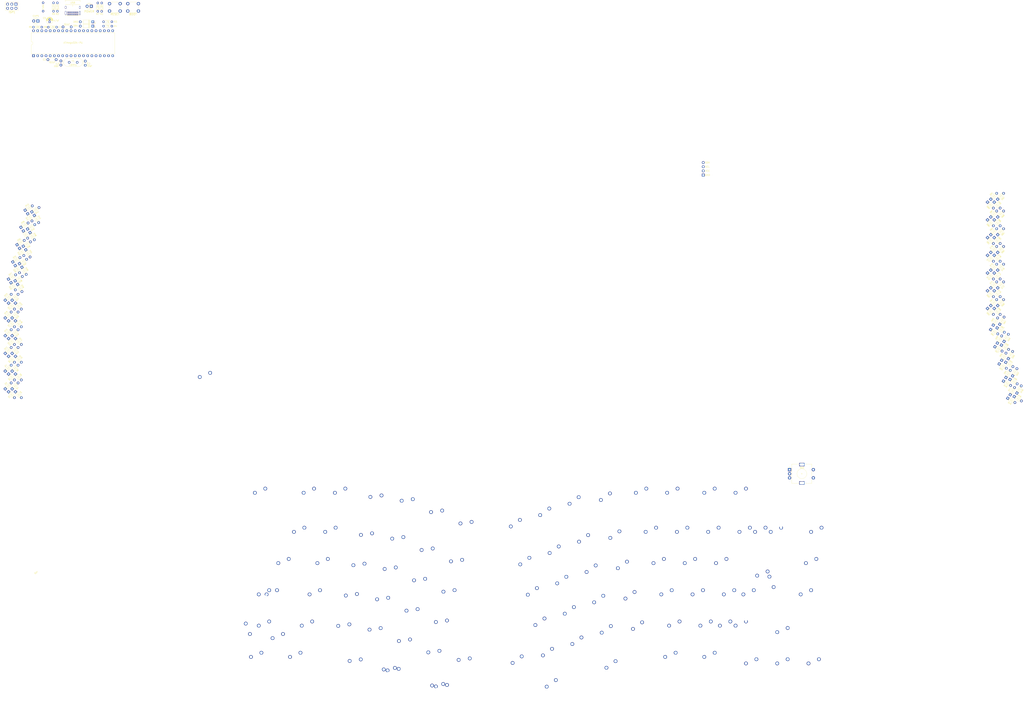
<source format=kicad_pcb>
(kicad_pcb (version 20211014) (generator pcbnew)
  (layers (0 "F.Cu" signal) (31 "B.Cu" signal) (34 "B.Paste" user) (35 "F.Paste" user) (36 "B.SilkS" user "B.Silkscreen") (37 "F.SilkS" user "F.Silkscreen") (38 "B.Mask" user) (39 "F.Mask" user) (44 "Edge.Cuts" user))
  (net 0 "")
  (net 1 "GND")
  (net 2 "boot")
  (net 3 "Net-(C1-Pad2)")
  (net 4 "Net-(C2-Pad2)")
  (net 5 "+5V")
  (net 6 "ROW0")
  (net 7 "Net-(D1-Pad2)")
  (net 8 "Net-(D2-Pad2)")
  (net 9 "Net-(D3-Pad2)")
  (net 10 "Net-(D4-Pad2)")
  (net 11 "Net-(D5-Pad2)")
  (net 12 "Net-(D6-Pad2)")
  (net 13 "Net-(D7-Pad2)")
  (net 14 "Net-(D8-Pad2)")
  (net 15 "Net-(D9-Pad2)")
  (net 16 "Net-(D10-Pad2)")
  (net 17 "Net-(D11-Pad2)")
  (net 18 "Net-(D12-Pad2)")
  (net 19 "Net-(D13-Pad2)")
  (net 20 "Net-(D14-Pad2)")
  (net 21 "Net-(D15-Pad2)")
  (net 22 "Net-(D16-Pad2)")
  (net 23 "ROW1")
  (net 24 "Net-(D17-Pad2)")
  (net 25 "Net-(D18-Pad2)")
  (net 26 "Net-(D19-Pad2)")
  (net 27 "Net-(D20-Pad2)")
  (net 28 "Net-(D21-Pad2)")
  (net 29 "Net-(D22-Pad2)")
  (net 30 "Net-(D23-Pad2)")
  (net 31 "Net-(D24-Pad2)")
  (net 32 "Net-(D25-Pad2)")
  (net 33 "Net-(D26-Pad2)")
  (net 34 "Net-(D27-Pad2)")
  (net 35 "Net-(D28-Pad2)")
  (net 36 "Net-(D29-Pad2)")
  (net 37 "Net-(D30-Pad2)")
  (net 38 "ROW2")
  (net 39 "Net-(D31-Pad2)")
  (net 40 "Net-(D32-Pad2)")
  (net 41 "Net-(D33-Pad2)")
  (net 42 "Net-(D34-Pad2)")
  (net 43 "Net-(D35-Pad2)")
  (net 44 "Net-(D36-Pad2)")
  (net 45 "Net-(D37-Pad2)")
  (net 46 "Net-(D38-Pad2)")
  (net 47 "Net-(D39-Pad2)")
  (net 48 "Net-(D40-Pad2)")
  (net 49 "Net-(D41-Pad2)")
  (net 50 "Net-(D42-Pad2)")
  (net 51 "Net-(D43-Pad2)")
  (net 52 "Net-(D44-Pad2)")
  (net 53 "Net-(D45-Pad2)")
  (net 54 "Net-(D46-Pad2)")
  (net 55 "ROW3")
  (net 56 "Net-(D47-Pad2)")
  (net 57 "Net-(D48-Pad2)")
  (net 58 "Net-(D49-Pad2)")
  (net 59 "Net-(D50-Pad2)")
  (net 60 "Net-(D51-Pad2)")
  (net 61 "Net-(D52-Pad2)")
  (net 62 "Net-(D53-Pad2)")
  (net 63 "Net-(D54-Pad2)")
  (net 64 "Net-(D55-Pad2)")
  (net 65 "Net-(D56-Pad2)")
  (net 66 "Net-(D57-Pad2)")
  (net 67 "Net-(D58-Pad2)")
  (net 68 "Net-(D59-Pad2)")
  (net 69 "Net-(D60-Pad2)")
  (net 70 "Net-(D61-Pad2)")
  (net 71 "ROW4")
  (net 72 "Net-(D62-Pad2)")
  (net 73 "Net-(D63-Pad2)")
  (net 74 "Net-(D64-Pad2)")
  (net 75 "Net-(D65-Pad2)")
  (net 76 "Net-(D66-Pad2)")
  (net 77 "Net-(D67-Pad2)")
  (net 78 "Net-(D68-Pad2)")
  (net 79 "Net-(D69-Pad2)")
  (net 80 "Net-(D70-Pad2)")
  (net 81 "Net-(D71-Pad2)")
  (net 82 "Net-(D72-Pad2)")
  (net 83 "Net-(D73-Pad2)")
  (net 84 "Net-(D74-Pad2)")
  (net 85 "Net-(D75-Pad2)")
  (net 86 "Net-(D76-Pad2)")
  (net 87 "ROW5")
  (net 88 "Net-(D77-Pad2)")
  (net 89 "Net-(D78-Pad2)")
  (net 90 "Net-(D79-Pad2)")
  (net 91 "Net-(D80-Pad2)")
  (net 92 "Net-(D81-Pad2)")
  (net 93 "Net-(D82-Pad2)")
  (net 94 "Net-(D83-Pad2)")
  (net 95 "Net-(D84-Pad2)")
  (net 96 "Net-(D85-Pad2)")
  (net 97 "Net-(D86-Pad2)")
  (net 98 "Net-(D87-Pad2)")
  (net 99 "Net-(D88-Pad2)")
  (net 100 "Net-(D89-Pad2)")
  (net 101 "Net-(D90-Pad2)")
  (net 102 "Net-(D93-Pad1)")
  (net 103 "Net-(D94-Pad1)")
  (net 104 "VCC")
  (net 105 "reset")
  (net 106 "MOSI")
  (net 107 "SCK")
  (net 108 "MISO")
  (net 109 "SDA")
  (net 110 "SCL")
  (net 111 "COL0")
  (net 112 "COL1")
  (net 113 "COL2")
  (net 114 "COL3")
  (net 115 "COL4")
  (net 116 "COL5")
  (net 117 "COL6")
  (net 118 "COL7")
  (net 119 "COL8")
  (net 120 "COL9")
  (net 121 "COL10")
  (net 122 "COL11")
  (net 123 "COL12")
  (net 124 "COL13")
  (net 125 "COL14")
  (net 126 "CAPSLOCK")
  (net 127 "Net-(POWER1-Pad1)")
  (net 128 "Net-(R2-Pad2)")
  (net 129 "D-")
  (net 130 "D+")
  (net 131 "Net-(R5-Pad2)")
  (net 132 "EN2")
  (net 133 "EN1")
  (net 134 "Net-(U1-Pad32)")
  (net 135 "Net-(USB1-PadB8)")
  (net 136 "Net-(USB1-PadA8)")
  (net 137 "Net-(CAPS1-Pad1)")
  (footprint "MX_Only:MXOnly-1U-NoLED" (layer "F.Cu") (at 53.428208 399.145556)
    (fp_text reference "MX615")
    (fp_text value "MX-NoLED")
  )
  (footprint "MX_Only:MXOnly-1U-NoLED" (layer "F.Cu") (at 83.146208 399.145556)
    (fp_text reference "MX101")
    (fp_text value "MX-NoLED")
  )
  (footprint "MX_Only:MXOnly-1U-NoLED" (layer "F.Cu") (at 209.875303 418.672222 14)
    (fp_text reference "MX107")
    (fp_text value "MX-NoLED")
  )
  (footprint "MX_Only:MXOnly-1U-NoLED" (layer "F.Cu") (at 227.78336 411.753093 14)
    (fp_text reference "MX108")
    (fp_text value "MX-NoLED")
  )
  (footprint "MX_Only:MXOnly-1U-NoLED" (layer "F.Cu") (at 245.691417 404.833964 14)
    (fp_text reference "MX109")
    (fp_text value "MX-NoLED")
  )
  (footprint "MX_Only:MXOnly-1U-NoLED" (layer "F.Cu") (at 264.751627 402.535869 14)
    (fp_text reference "MX110")
    (fp_text value "MX-NoLED")
  )
  (footprint "MX_Only:MXOnly-1U-NoLED" (layer "F.Cu") (at 77.240708 422.958056)
    (fp_text reference "MX201")
    (fp_text value "MX-NoLED")
  )
  (footprint "MX_Only:MXOnly-1U-NoLED" (layer "F.Cu") (at 96.290708 422.958056)
    (fp_text reference "MX202")
    (fp_text value "MX-NoLED")
  )
  (footprint "MX_Only:MXOnly-1U-NoLED" (layer "F.Cu") (at 215.636068 441.777389 14)
    (fp_text reference "MX207")
    (fp_text value "MX-NoLED")
  )
  (footprint "MX_Only:MXOnly-1U-NoLED" (layer "F.Cu") (at 233.544125 434.85826 14)
    (fp_text reference "MX208")
    (fp_text value "MX-NoLED")
  )
  (footprint "MX_Only:MXOnly-1U-NoLED" (layer "F.Cu") (at 251.452182 427.939131 14)
    (fp_text reference "MX209")
    (fp_text value "MX-NoLED")
  )
  (footprint "MX_Only:MXOnly-1U-NoLED" (layer "F.Cu") (at 270.512392 425.641036 14)
    (fp_text reference "MX210")
    (fp_text value "MX-NoLED")
  )
  (footprint "MX_Only:MXOnly-1.5U-NoLED" (layer "F.Cu") (at 67.715708 442.008056)
    (fp_text reference "MX301")
    (fp_text value "MX-NoLED")
  )
  (footprint "MX_Only:MXOnly-1U-NoLED" (layer "F.Cu") (at 91.528208 442.008056)
    (fp_text reference "MX302")
    (fp_text value "MX-NoLED")
  )
  (footprint "MX_Only:MXOnly-1U-NoLED" (layer "F.Cu") (at 220.24468 460.261522 14)
    (fp_text reference "MX307")
    (fp_text value "MX-NoLED")
  )
  (footprint "MX_Only:MXOnly-1U-NoLED" (layer "F.Cu") (at 238.152737 453.342393 14)
    (fp_text reference "MX308")
    (fp_text value "MX-NoLED")
  )
  (footprint "MX_Only:MXOnly-1U-NoLED" (layer "F.Cu") (at 256.060794 446.423265 14)
    (fp_text reference "MX309")
    (fp_text value "MX-NoLED")
  )
  (footprint "MX_Only:MXOnly-1U-NoLED" (layer "F.Cu") (at 275.121004 444.125169 14)
    (fp_text reference "MX310")
    (fp_text value "MX-NoLED")
  )
  (footprint "MX_Only:MXOnly-1U-NoLED" (layer "F.Cu") (at 86.765708 461.058056)
    (fp_text reference "MX402")
    (fp_text value "MX-NoLED")
  )
  (footprint "MX_Only:MXOnly-1U-NoLED" (layer "F.Cu") (at 224.853292 478.745656 14)
    (fp_text reference "MX407")
    (fp_text value "MX-NoLED")
  )
  (footprint "MX_Only:MXOnly-1U-NoLED" (layer "F.Cu") (at 242.761349 471.826527 14)
    (fp_text reference "MX408")
    (fp_text value "MX-NoLED")
  )
  (footprint "MX_Only:MXOnly-1U-NoLED" (layer "F.Cu") (at 260.669406 464.907398 14)
    (fp_text reference "MX409")
    (fp_text value "MX-NoLED")
  )
  (footprint "MX_Only:MXOnly-1U-NoLED" (layer "F.Cu") (at 279.729616 462.609303 14)
    (fp_text reference "MX410")
    (fp_text value "MX-NoLED")
  )
  (footprint "MX_Only:MXOnly-1U-NoLED" (layer "F.Cu") (at 62.953208 480.108056 180)
    (fp_text reference "MX501")
    (fp_text value "MX-NoLED")
  )
  (footprint "MX_Only:MXOnly-1U-NoLED" (layer "F.Cu") (at 82.003208 480.108056)
    (fp_text reference "MX502")
    (fp_text value "MX-NoLED")
  )
  (footprint "MX_Only:MXOnly-1U-NoLED" (layer "F.Cu") (at 229.461904 497.229789 14)
    (fp_text reference "MX507")
    (fp_text value "MX-NoLED")
  )
  (footprint "MX_Only:MXOnly-1U-NoLED" (layer "F.Cu") (at 247.369961 490.310661 14)
    (fp_text reference "MX508")
    (fp_text value "MX-NoLED")
  )
  (footprint "MX_Only:MXOnly-1U-NoLED" (layer "F.Cu") (at 210.977771 501.838402 14)
    (fp_text reference "MX607")
    (fp_text value "MX-NoLED")
  )
  (footprint "MX_Only:MXOnly-1U-NoLED" (layer "F.Cu") (at 265.278018 483.391532 14)
    (fp_text reference "MX509")
    (fp_text value "MX-NoLED")
  )
  (footprint "MX_Only:MXOnly-1U-NoLED" (layer "F.Cu") (at 284.338229 481.093436 14)
    (fp_text reference "MX510")
    (fp_text value "MX-NoLED")
  )
  (footprint "MX_Only:MXOnly-1.25U-NoLED" (layer "F.Cu") (at 51.046958 499.158056)
    (fp_text reference "MX601")
    (fp_text value "MX-NoLED")
  )
  (footprint "MX_Only:MXOnly-1.25U-NoLED" (layer "F.Cu") (at 74.859458 499.158056)
    (fp_text reference "MX602")
    (fp_text value "MX-NoLED")
  )
  (footprint "MX_Only:MXOnly-2.75U-ReversedStabilizers-NoLED" (layer "F.Cu") (at 231.76 516.29 14)
    (fp_text reference "MX608")
    (fp_text value "MX-NoLED")
  )
  (footprint "MX_Only:MXOnly-1.25U-NoLED" (layer "F.Cu") (at 268.15219 504.762259 14)
    (fp_text reference "MX609")
    (fp_text value "MX-NoLED")
  )
  (footprint "MX_Only:MXOnly-1U-NoLED" (layer "F.Cu") (at 304.634208 399.145556)
    (fp_text reference "MX112")
    (fp_text value "MX-NoLED")
  )
  (footprint "MX_Only:MXOnly-1U-NoLED" (layer "F.Cu") (at 327.271958 399.145556)
    (fp_text reference "MX113")
    (fp_text value "MX-NoLED")
  )
  (footprint "MX_Only:MXOnly-1U-NoLED" (layer "F.Cu") (at 367.753208 422.958056)
    (fp_text reference "MX215")
    (fp_text value "MX-NoLED")
  )
  (footprint "MX_Only:MXOnly-1U-NoLED" (layer "F.Cu") (at 346.321958 399.145556)
    (fp_text reference "MX114")
    (fp_text value "MX-NoLED")
  )
  (footprint "MX_Only:MXOnly-1U-NoLED" (layer "F.Cu") (at 310.603208 422.958056)
    (fp_text reference "MX212")
    (fp_text value "MX-NoLED")
  )
  (footprint "MX_Only:MXOnly-1U-NoLED" (layer "F.Cu") (at 329.653208 422.958056)
    (fp_text reference "MX213")
    (fp_text value "MX-NoLED")
  )
  (footprint "MX_Only:MXOnly-1U-NoLED" (layer "F.Cu") (at 315.365708 442.008056)
    (fp_text reference "MX312")
    (fp_text value "MX-NoLED")
  )
  (footprint "MX_Only:MXOnly-1U-NoLED" (layer "F.Cu") (at 348.703208 422.958056)
    (fp_text reference "MX214")
    (fp_text value "MX-NoLED")
  )
  (footprint "MX_Only:MXOnly-1U-NoLED" (layer "F.Cu") (at 334.415708 442.008056)
    (fp_text reference "MX313")
    (fp_text value "MX-NoLED")
  )
  (footprint "MX_Only:MXOnly-1U-NoLED" (layer "F.Cu") (at 291.553208 422.958056)
    (fp_text reference "MX211")
    (fp_text value "MX-NoLED")
  )
  (footprint "MX_Only:MXOnly-1U-NoLED" (layer "F.Cu") (at 296.315708 442.008056)
    (fp_text reference "MX311")
    (fp_text value "MX-NoLED")
  )
  (footprint "MX_Only:MXOnly-2U-NoLED" (layer "F.Cu") (at 358.228208 422.958056)
    (fp_text reference "MX215.2")
    (fp_text value "MX-NoLED")
  )
  (footprint "MX_Only:MXOnly-1.5U-NoLED" (layer "F.Cu") (at 358.228208 442.008056 180)
    (fp_text reference "MX314.150")
    (fp_text value "MX-NoLED")
  )
  (footprint "MX_Only:MXOnly-1U-NoLED" (layer "F.Cu") (at 301.078208 461.058056)
    (fp_text reference "MX411")
    (fp_text value "MX-NoLED")
  )
  (footprint "MX_Only:MXOnly-1U-NoLED" (layer "F.Cu") (at 320.128208 461.058056)
    (fp_text reference "MX412")
    (fp_text value "MX-NoLED")
  )
  (footprint "MX_Only:MXOnly-1U-NoLED" (layer "F.Cu") (at 339.178208 461.058056)
    (fp_text reference "MX314")
    (fp_text value "MX-NoLED")
  )
  (footprint "MX_Only:MXOnly-2.25U-NoLED" (layer "F.Cu") (at 351.084458 461.058056)
    (fp_text reference "MX413.225")
    (fp_text value "MX-NoLED")
  )
  (footprint "MX_Only:MXOnly-1U-NoLED" (layer "F.Cu") (at 305.840708 480.108056)
    (fp_text reference "MX511")
    (fp_text value "MX-NoLED")
  )
  (footprint "MX_Only:MXOnly-1.25U-NoLED" (layer "F.Cu") (at 346.321958 480.108056)
    (fp_text reference "MX513")
    (fp_text value "MX-NoLED")
  )
  (footprint "MX_Only:MXOnly-1U-NoLED" (layer "F.Cu") (at 371.721958 503.126806)
    (fp_text reference "MX613")
    (fp_text value "MX-NoLED")
  )
  (footprint "MX_Only:MXOnly-2.25U-NoLED" (layer "F.Cu") (at 336.796958 480.108056)
    (fp_text reference "MX513.225")
    (fp_text value "MX-NoLED")
  )
  (footprint "MX_Only:MXOnly-1.25U-NoLED" (layer "F.Cu") (at 327.271958 499.158056)
    (fp_text reference "MX611")
    (fp_text value "MX-NoLED")
  )
  (footprint "MX_Only:MXOnly-ISO-ROTATED-ReversedStabilizers-NoLED" (layer "F.Cu") (at 360.609458 451.533056)
    (fp_text reference "MX413")
    (fp_text value "MX-NoLED")
  )
  (footprint "MX_Only:MXOnly-1U-NoLED" (layer "F.Cu") (at 324.890708 480.108056)
    (fp_text reference "MX512")
    (fp_text value "MX-NoLED")
  )
  (footprint "MX_Only:MXOnly-1U-NoLED" (layer "F.Cu") (at 352.671958 503.126806)
    (fp_text reference "MX612")
    (fp_text value "MX-NoLED")
  )
  (footprint "MX_Only:MXOnly-1.25U-NoLED" (layer "F.Cu") (at 303.459458 499.158056)
    (fp_text reference "MX610")
    (fp_text value "MX-NoLED")
  )
  (footprint "MX_Only:MXOnly-1U-NoLED" (layer "F.Cu") (at 142.152499 404.833964 -14)
    (fp_text reference "MX104")
    (fp_text value "MX-NoLED")
  )
  (footprint "MX_Only:MXOnly-1U-NoLED" (layer "F.Cu") (at 123.092289 402.535869 -14)
    (fp_text reference "MX103")
    (fp_text value "MX-NoLED")
  )
  (footprint "MX_Only:MXOnly-1U-NoLED" (layer "F.Cu") (at 177.968613 418.672222 -14)
    (fp_text reference "MX106")
    (fp_text value "MX-NoLED")
  )
  (footprint "MX_Only:MXOnly-1U-NoLED" (layer "F.Cu") (at 160.060556 411.753093 -14)
    (fp_text reference "MX105")
    (fp_text value "MX-NoLED")
  )
  (footprint "MX_Only:MXOnly-1U-NoLED" (layer "F.Cu") (at 136.391734 427.939131 -14)
    (fp_text reference "MX204")
    (fp_text value "MX-NoLED")
  )
  (footprint "MX_Only:MXOnly-1U-NoLED" (layer "F.Cu") (at 117.331524 425.641036 -14)
    (fp_text reference "MX203")
    (fp_text value "MX-NoLED")
  )
  (footprint "MX_Only:MXOnly-1U-NoLED" (layer "F.Cu") (at 172.207848 441.777389 -14)
    (fp_text reference "MX206")
    (fp_text value "MX-NoLED")
  )
  (footprint "MX_Only:MXOnly-1U-NoLED" (layer "F.Cu") (at 108.1143 462.609303 -14)
    (fp_text reference "MX403")
    (fp_text value "MX-NoLED")
  )
  (footprint "MX_Only:MXOnly-1U-NoLED" (layer "F.Cu") (at 162.990624 478.745656 -14)
    (fp_text reference "MX406")
    (fp_text value "MX-NoLED")
  )
  (footprint "MX_Only:MXOnly-1U-NoLED" (layer "F.Cu") (at 112.722912 444.125169 -14)
    (fp_text reference "MX303")
    (fp_text value "MX-NoLED")
  )
  (footprint "MX_Only:MXOnly-1U-NoLED" (layer "F.Cu") (at 149.691179 453.342393 -14)
    (fp_text reference "MX305")
    (fp_text value "MX-NoLED")
  )
  (footprint "MX_Only:MXOnly-1U-NoLED" (layer "F.Cu") (at 131.783122 446.423265 -14)
    (fp_text reference "MX304")
    (fp_text value "MX-NoLED")
  )
  (footprint "MX_Only:MXOnly-1U-NoLED" (layer "F.Cu") (at 127.17451 464.907398 -14)
    (fp_text reference "MX404")
    (fp_text value "MX-NoLED")
  )
  (footprint "MX_Only:MXOnly-1U-NoLED" (layer "F.Cu") (at 145.082567 471.826527 -14)
    (fp_text reference "MX405")
    (fp_text value "MX-NoLED")
  )
  (footprint "MX_Only:MXOnly-1U-NoLED" (layer "F.Cu") (at 167.599236 460.261522 -14)
    (fp_text reference "MX306")
    (fp_text value "MX-NoLED")
  )
  (footprint "MX_Only:MXOnly-1U-NoLED" (layer "F.Cu") (at 154.299791 434.85826 -14)
    (fp_text reference "MX205")
    (fp_text value "MX-NoLED")
  )
  (footprint "MX_Only:MXOnly-1U-NoLED" (layer "F.Cu") (at 103.505687 481.093436 -14)
    (fp_text reference "MX503")
    (fp_text value "MX-NoLED")
  )
  (footprint "MX_Only:MXOnly-1U-NoLED" (layer "F.Cu") (at 140.473955 490.310661 -14)
    (fp_text reference "MX505")
    (fp_text value "MX-NoLED")
  )
  (footprint "MX_Only:MXOnly-1U-NoLED" (layer "F.Cu") (at 176.866145 501.838402 -14)
    (fp_text reference "MX606")
    (fp_text value "MX-NoLED")
  )
  (footprint "MX_Only:MXOnly-1U-NoLED" (layer "F.Cu") (at 158.382012 497.229789 -14)
    (fp_text reference "MX506")
    (fp_text value "MX-NoLED")
  )
  (footprint "MX_Only:MXOnly-1.25U-NoLED" (layer "F.Cu") (at 133.554826 508.218718 -14)
    (fp_text reference "MX604")
    (fp_text value "MX-NoLED")
  )
  (footprint "MX_Only:MXOnly-2U-ReversedStabilizers-NoLED" (layer "F.Cu") (at 163.015466 518.018229 -14)
    (fp_text reference "MX605")
    (fp_text value "MX-NoLED")
  )
  (footprint "MX_Only:MXOnly-1.25U-NoLED" (layer "F.Cu") (at 110.449659 502.457953 -14)
    (fp_text reference "MX603")
    (fp_text value "MX-NoLED")
  )
  (footprint "MX_Only:MXOnly-1U-NoLED" (layer "F.Cu") (at 122.565898 483.391532 -14)
    (fp_text reference "MX504")
    (fp_text value "MX-NoLED")
  )
  (footprint "Custom_Footprints:SSD1306_OLED" (layer "F.Cu") (at 340.59 199.2)
    (fp_text reference "J2")
    (fp_text value "OLED")
  )
  (footprint "Diode_THT:D_DO-35_SOD27_P7.62mm_Horizontal" (layer "F.Cu") (at -49.12875 112.246739 180)
    (fp_text reference "D94")
    (fp_text value "3.6V")
  )
  (footprint "Resistor_THT:R_Axial_DIN0204_L3.6mm_D1.6mm_P5.08mm_Horizontal" (layer "F.Cu") (at -80.212 112.849989 180)
    (fp_text reference "R6")
    (fp_text value "10K")
  )
  (footprint "cftkb:D_DO-35_SOD27_P5.08mm_Horizontal" (layer "F.Cu") (at 504.683196 327.934167 -31)
    (fp_text reference "D49")
    (fp_text value "D_Small")
  )
  (footprint "cftkb:D_DO-35_SOD27_P5.08mm_Horizontal" (layer "F.Cu") (at 508.663325 326.94181 -31)
    (fp_text reference "D50")
    (fp_text value "D_Small")
  )
  (footprint "cftkb:D_DO-35_SOD27_P5.08mm_Horizontal" (layer "F.Cu") (at 506.050568 316.462617 -31)
    (fp_text reference "D54")
    (fp_text value "D_Small")
  )
  (footprint "cftkb:D_DO-35_SOD27_P5.08mm_Horizontal" (layer "F.Cu") (at 510.699031 326.434251 59)
    (fp_text reference "D52")
    (fp_text value "D_Small")
  )
  (footprint "cftkb:D_DO-35_SOD27_P5.08mm_Horizontal" (layer "F.Cu") (at 506.623789 327.450323 59)
    (fp_text reference "D51")
    (fp_text value "D_Small")
  )
  (footprint "cftkb:D_DO-35_SOD27_P5.08mm_Horizontal" (layer "F.Cu") (at 502.070441 317.454974 -31)
    (fp_text reference "D53")
    (fp_text value "D_Small")
  )
  (footprint "cftkb:D_DO-35_SOD27_P5.08mm_Horizontal" (layer "F.Cu") (at 504.011034 316.971129 59)
    (fp_text reference "D55")
    (fp_text value "D_Small")
  )
  (footprint "cftkb:D_DO-35_SOD27_P5.08mm_Horizontal" (layer "F.Cu") (at 508.086274 315.955059 59)
    (fp_text reference "D56")
    (fp_text value "D_Small")
  )
  (footprint "cftkb:D_DO-35_SOD27_P5.08mm_Horizontal" (layer "F.Cu") (at 502.86076 294.996671 59)
    (fp_text reference "D64")
    (fp_text value "D_Small")
  )
  (footprint "cftkb:D_DO-35_SOD27_P5.08mm_Horizontal" (layer "F.Cu") (at 513.311788 336.913445 59)
    (fp_text reference "D48")
    (fp_text value "D_Small")
  )
  (footprint "cftkb:D_DO-35_SOD27_P5.08mm_Horizontal" (layer "F.Cu") (at 505.473518 305.475865 59)
    (fp_text reference "D60")
    (fp_text value "D_Small")
  )
  (footprint "cftkb:D_DO-35_SOD27_P5.08mm_Horizontal" (layer "F.Cu") (at 503.437813 305.983421 -31)
    (fp_text reference "D58")
    (fp_text value "D_Small")
  )
  (footprint "cftkb:D_DO-35_SOD27_P5.08mm_Horizontal" (layer "F.Cu") (at 509.236547 337.929518 59)
    (fp_text reference "D47")
    (fp_text value "D_Small")
  )
  (footprint "cftkb:D_DO-35_SOD27_P5.08mm_Horizontal" (layer "F.Cu") (at 495.145926 283.424078 -45)
    (fp_text reference "D65")
    (fp_text value "D_Small")
  )
  (footprint "cftkb:D_DO-35_SOD27_P5.08mm_Horizontal" (layer "F.Cu") (at 499.247898 283.424077 -45)
    (fp_text reference "D66")
    (fp_text value "D_Small")
  )
  (footprint "cftkb:D_DO-35_SOD27_P5.08mm_Horizontal" (layer "F.Cu") (at 499.247898 272.624078 -45)
    (fp_text reference "D70")
    (fp_text value "D_Small")
  )
  (footprint "cftkb:D_DO-35_SOD27_P5.08mm_Horizontal" (layer "F.Cu") (at 501.345924 283.424077 45)
    (fp_text reference "D68")
    (fp_text value "D_Small")
  )
  (footprint "cftkb:D_DO-35_SOD27_P5.08mm_Horizontal" (layer "F.Cu") (at 497.145924 283.424077 45)
    (fp_text reference "D67")
    (fp_text value "D_Small")
  )
  (footprint "cftkb:D_DO-35_SOD27_P5.08mm_Horizontal" (layer "F.Cu") (at 495.145924 272.624078 -45)
    (fp_text reference "D69")
    (fp_text value "D_Small")
  )
  (footprint "cftkb:D_DO-35_SOD27_P5.08mm_Horizontal" (layer "F.Cu") (at 497.145924 272.624076 45)
    (fp_text reference "D71")
    (fp_text value "D_Small")
  )
  (footprint "cftkb:D_DO-35_SOD27_P5.08mm_Horizontal" (layer "F.Cu") (at 501.345924 272.624078 45)
    (fp_text reference "D72")
    (fp_text value "D_Small")
  )
  (footprint "cftkb:D_DO-35_SOD27_P5.08mm_Horizontal" (layer "F.Cu") (at 501.345925 251.024079 45)
    (fp_text reference "D80")
    (fp_text value "D_Small")
  )
  (footprint "cftkb:D_DO-35_SOD27_P5.08mm_Horizontal" (layer "F.Cu") (at 499.247897 251.024077 -45)
    (fp_text reference "D78")
    (fp_text value "D_Small")
  )
  (footprint "cftkb:D_DO-35_SOD27_P5.08mm_Horizontal" (layer "F.Cu") (at 501.345924 261.824078 45)
    (fp_text reference "D76")
    (fp_text value "D_Small")
  )
  (footprint "cftkb:D_DO-35_SOD27_P5.08mm_Horizontal" (layer "F.Cu") (at 499.247898 261.824078 -45)
    (fp_text reference "D74")
    (fp_text value "D_Small")
  )
  (footprint "cftkb:D_DO-35_SOD27_P5.08mm_Horizontal" (layer "F.Cu") (at 495.145924 261.824078 -45)
    (fp_text reference "D73")
    (fp_text value "D_Small")
  )
  (footprint "cftkb:D_DO-35_SOD27_P5.08mm_Horizontal" (layer "F.Cu") (at 497.145926 261.824078 45)
    (fp_text reference "D75")
    (fp_text value "D_Small")
  )
  (footprint "cftkb:D_DO-35_SOD27_P5.08mm_Horizontal" (layer "F.Cu") (at 495.145923 251.024079 -45)
    (fp_text reference "D77")
    (fp_text value "D_Small")
  )
  (footprint "cftkb:D_DO-35_SOD27_P5.08mm_Horizontal" (layer "F.Cu") (at 497.145924 251.024079 45)
    (fp_text reference "D79")
    (fp_text value "D_Small")
  )
  (footprint "cftkb:D_DO-35_SOD27_P5.08mm_Horizontal" (layer "F.Cu") (at 501.345923 229.424077 45)
    (fp_text reference "D88")
    (fp_text value "D_Small")
  )
  (footprint "cftkb:D_DO-35_SOD27_P5.08mm_Horizontal" (layer "F.Cu") (at 499.247899 229.424079 -45)
    (fp_text reference "D86")
    (fp_text value "D_Small")
  )
  (footprint "cftkb:D_DO-35_SOD27_P5.08mm_Horizontal" (layer "F.Cu") (at 501.345924 240.224077 45)
    (fp_text reference "D84")
    (fp_text value "D_Small")
  )
  (footprint "cftkb:D_DO-35_SOD27_P5.08mm_Horizontal" (layer "F.Cu") (at 499.247899 240.224078 -45)
    (fp_text reference "D82")
    (fp_text value "D_Small")
  )
  (footprint "cftkb:D_DO-35_SOD27_P5.08mm_Horizontal" (layer "F.Cu") (at 495.145924 240.224078 -45)
    (fp_text reference "D81")
    (fp_text value "D_Small")
  )
  (footprint "cftkb:D_DO-35_SOD27_P5.08mm_Horizontal" (layer "F.Cu") (at 497.145923 240.224078 45)
    (fp_text reference "D83")
    (fp_text value "D_Small")
  )
  (footprint "cftkb:D_DO-35_SOD27_P5.08mm_Horizontal" (layer "F.Cu") (at 495.145924 229.424078 -45)
    (fp_text reference "D85")
    (fp_text value "D_Small")
  )
  (footprint "cftkb:D_DO-35_SOD27_P5.08mm_Horizontal" (layer "F.Cu") (at 497.145925 229.424078 45)
    (fp_text reference "D87")
    (fp_text value "D_Small")
  )
  (footprint "cftkb:D_DO-35_SOD27_P5.08mm_Horizontal" (layer "F.Cu") (at 501.345925 218.624078 45)
    (fp_text reference "D92")
    (fp_text value "D_Small")
  )
  (footprint "cftkb:D_DO-35_SOD27_P5.08mm_Horizontal" (layer "F.Cu") (at 499.247897 218.624078 -45)
    (fp_text reference "D90")
    (fp_text value "D_Small")
  )
  (footprint "cftkb:D_DO-35_SOD27_P5.08mm_Horizontal" (layer "F.Cu") (at 495.145923 218.624078 -45)
    (fp_text reference "D89")
    (fp_text value "D_Small")
  )
  (footprint "cftkb:D_DO-35_SOD27_P5.08mm_Horizontal" (layer "F.Cu") (at 497.145924 218.624079 45)
    (fp_text reference "D91")
    (fp_text value "D_Small")
  )
  (footprint "Crystal:Crystal_HC49-4H_Vertical" (layer "F.Cu") (at -58.65375 134.344739 180)
    (fp_text reference "Y1")
    (fp_text value "16Mhz")
  )
  (footprint "cftkb:polyfuse_5.1mm" (layer "F.Cu") (at -79.41825 100.572739 90)
    (fp_text reference "F1")
    (fp_text value "500mA")
  )
  (footprint "Resistor_THT:R_Axial_DIN0204_L3.6mm_D1.6mm_P5.08mm_Horizontal" (layer "F.Cu") (at -46.08075 103.229739 90)
    (fp_text reference "R7")
    (fp_text value "1.5K")
  )
  (footprint "Capacitor_THT:C_Disc_D3.0mm_W2.0mm_P2.50mm" (layer "F.Cu") (at -68.55975 133.487489 -90)
    (fp_text reference "C2")
    (fp_text value "22pF")
  )
  (footprint "Resistor_THT:R_Axial_DIN0204_L3.6mm_D1.6mm_P5.08mm_Horizontal" (layer "F.Cu") (at -37.50825 112.246739 180)
    (fp_text reference "R4")
    (fp_text value "75")
  )
  (footprint "Capacitor_THT:C_Disc_D4.3mm_W1.9mm_P5.00mm" (layer "F.Cu") (at -71.48075 132.693739 180)
    (fp_text reference "C3")
    (fp_text value "0.1uF")
  )
  (footprint "Resistor_THT:R_Axial_DIN0204_L3.6mm_D1.6mm_P5.08mm_Horizontal" (layer "F.Cu") (at -70.687 98.081489 -90)
    (fp_text reference "R2")
    (fp_text value "5.1K")
  )
  (footprint "Resistor_THT:R_Axial_DIN0204_L3.6mm_D1.6mm_P5.08mm_Horizontal" (layer "F.Cu") (at -73.06825 98.081489 -90)
    (fp_text reference "R5")
    (fp_text value "5.1K")
  )
  (footprint "Resistor_THT:R_Axial_DIN0204_L3.6mm_D1.6mm_P5.08mm_Horizontal" (layer "F.Cu") (at -37.50825 109.611489 180)
    (fp_text reference "R3")
    (fp_text value "75")
  )
  (footprint "Diode_THT:D_DO-35_SOD27_P7.62mm_Horizontal" (layer "F.Cu") (at -49.12875 109.643239 180)
    (fp_text reference "D93")
    (fp_text value "3.6V")
  )
  (footprint "Package_DIP:DIP-40_W15.24mm" (layer "F.Cu") (at -85.26025 130.312489 90)
    (fp_text reference "U1" hide)
    (fp_text value "ATmega32A-PU")
  )
  (footprint "Button_Switch_THT:SW_PUSH_6mm" (layer "F.Cu") (at -27.8245 98.562489)
    (fp_text reference "BOOT")
    (fp_text value "SW_Push")
  )
  (footprint "Capacitor_THT:C_Disc_D4.3mm_W1.9mm_P5.00mm" (layer "F.Cu") (at -62.27325 112.754739 180)
    (fp_text reference "C4")
    (fp_text value "0.1uF")
  )
  (footprint "Button_Switch_THT:SW_PUSH_6mm" (layer "F.Cu") (at -38.937 98.562489)
    (fp_text reference "RESET")
    (fp_text value "SW_Push")
  )
  (footprint "Resistor_THT:R_Axial_DIN0204_L3.6mm_D1.6mm_P5.08mm_Horizontal" (layer "F.Cu") (at -43.6995 98.149739 -90)
    (fp_text reference "R1")
    (fp_text value "1.5K")
  )
  (footprint "Capacitor_THT:CP_Radial_D4.0mm_P1.50mm" (layer "F.Cu") (at -75.4495 109.674989 90)
    (fp_text reference "C5")
    (fp_text value "4.7uF")
  )
  (footprint "MX_Only:MXOnly-1U-NoLED" (layer "F.Cu") (at 392.359458 422.958056)
    (fp_text reference "MX315")
    (fp_text value "MX-NoLED")
  )
  (footprint "MX_Only:MXOnly-1U-NoLED" (layer "F.Cu") (at 386.009458 461.058056)
    (fp_text reference "MX415")
    (fp_text value "MX-NoLED")
  )
  (footprint "cftkb:D_DO-35_SOD27_P5.08mm_Horizontal" (layer "F.Cu") (at 501.398276 306.491938 59)
    (fp_text reference "D59")
    (fp_text value "D_Small")
  )
  (footprint "cftkb:D_DO-35_SOD27_P5.08mm_Horizontal" (layer "F.Cu") (at 496.844929 296.496588 -31)
    (fp_text reference "D61")
    (fp_text value "D_Small")
  )
  (footprint "cftkb:D_DO-35_SOD27_P5.08mm_Horizontal" (layer "F.Cu") (at 498.906534 295.536554 59)
    (fp_text reference "D63")
    (fp_text value "D_Small")
  )
  (footprint "cftkb:D_DO-35_SOD27_P5.08mm_Horizontal" (layer "F.Cu") (at 500.825056 295.504229 -31)
    (fp_text reference "D62")
    (fp_text value "D_Small")
  )
  (footprint "cftkb:D_DO-35_SOD27_P5.08mm_Horizontal" (layer "F.Cu") (at 499.457684 306.975781 -31)
    (fp_text reference "D57")
    (fp_text value "D_Small")
  )
  (footprint "cftkb:D_DO-35_SOD27_P5.08mm_Horizontal" (layer "F.Cu") (at 511.263985 337.37249 -31)
    (fp_text reference "D46")
    (fp_text value "D_Small")
  )
  (footprint "cftkb:D_DO-35_SOD27_P5.08mm_Horizontal" (layer "F.Cu") (at 507.283857 338.364847 -31)
    (fp_text reference "D45")
    (fp_text value "D_Small")
  )
  (footprint "cftkb:D_DO-35_SOD27_P5.08mm_Horizontal" (layer "F.Cu") (at -101.364078 290.965923 -45)
    (fp_text reference "D17")
    (fp_text value "D_Small")
  )
  (footprint "cftkb:D_DO-35_SOD27_P5.08mm_Horizontal" (layer "F.Cu") (at -103.364077 290.965924 45)
    (fp_text reference "D19")
    (fp_text value "D_Small")
  )
  (footprint "cftkb:D_DO-35_SOD27_P5.08mm_Horizontal" (layer "F.Cu") (at -85.397878 226.523695 -59)
    (fp_text reference "D42")
    (fp_text value "D_Small")
  )
  (footprint "cftkb:D_DO-35_SOD27_P5.08mm_Horizontal" (layer "F.Cu") (at -89.951225 236.519045 31)
    (fp_text reference "D40")
    (fp_text value "D_Small")
  )
  (footprint "cftkb:D_DO-35_SOD27_P5.08mm_Horizontal" (layer "F.Cu") (at -97.164077 301.765923 -45)
    (fp_text reference "D14")
    (fp_text value "D_Small")
  )
  (footprint "cftkb:D_DO-35_SOD27_P5.08mm_Horizontal" (layer "F.Cu") (at -101.364076 280.165923 -45)
    (fp_text reference "D21")
    (fp_text value "D_Small")
  )
  (footprint "cftkb:D_DO-35_SOD27_P5.08mm_Horizontal" (layer "F.Cu") (at -103.364077 280.165923 45)
    (fp_text reference "D23")
    (fp_text value "D_Small")
  )
  (footprint "cftkb:D_DO-35_SOD27_P5.08mm_Horizontal" (layer "F.Cu") (at -95.580446 268.579416 -59)
    (fp_text reference "D26")
    (fp_text value "D_Small")
  )
  (footprint "cftkb:D_DO-35_SOD27_P5.08mm_Horizontal" (layer "F.Cu") (at -98.983522 256.600304 31)
    (fp_text reference "D31")
    (fp_text value "D_Small")
  )
  (footprint "cftkb:D_DO-35_SOD27_P5.08mm_Horizontal" (layer "F.Cu") (at -92.967687 258.100221 -59)
    (fp_text reference "D30")
    (fp_text value "D_Small")
  )
  (footprint "cftkb:D_DO-35_SOD27_P5.08mm_Horizontal" (layer "F.Cu") (at -97.04293 257.08415 -59)
    (fp_text reference "D29")
    (fp_text value "D_Small")
  )
  (footprint "cftkb:D_DO-35_SOD27_P5.08mm_Horizontal" (layer "F.Cu") (at -94.90828 257.616376 31)
    (fp_text reference "D32")
    (fp_text value "D_Small")
  )
  (footprint "cftkb:D_DO-35_SOD27_P5.08mm_Horizontal" (layer "F.Cu") (at -90.62339 247.482083 -59)
    (fp_text reference "D34")
    (fp_text value "D_Small")
  )
  (footprint "cftkb:D_DO-35_SOD27_P5.08mm_Horizontal" (layer "F.Cu") (at -99.616454 267.52841 -59)
    (fp_text reference "D25")
    (fp_text value "D_Small")
  )
  (footprint "cftkb:D_DO-35_SOD27_P5.08mm_Horizontal" (layer "F.Cu") (at -101.596277 267.079498 31)
    (fp_text reference "D27")
    (fp_text value "D_Small")
  )
  (footprint "cftkb:D_DO-35_SOD27_P5.08mm_Horizontal" (layer "F.Cu") (at -99.164076 280.165922 45)
    (fp_text reference "D24")
    (fp_text value "D_Small")
  )
  (footprint "cftkb:D_DO-35_SOD27_P5.08mm_Horizontal" (layer "F.Cu") (at -97.521037 268.095573 31)
    (fp_text reference "D28")
    (fp_text value "D_Small")
  )
  (footprint "cftkb:D_DO-35_SOD27_P5.08mm_Horizontal" (layer "F.Cu") (at -97.164077 323.365923 -45)
    (fp_text reference "D6")
    (fp_text value "D_Small")
  )
  (footprint "cftkb:D_DO-35_SOD27_P5.08mm_Horizontal" (layer "F.Cu") (at -103.364077 323.365923 45)
    (fp_text reference "D7")
    (fp_text value "D_Small")
  )
  (footprint "cftkb:D_DO-35_SOD27_P5.08mm_Horizontal" (layer "F.Cu") (at -99.164077 323.365923 45)
    (fp_text reference "D8")
    (fp_text value "D_Small")
  )
  (footprint "cftkb:D_DO-35_SOD27_P5.08mm_Horizontal" (layer "F.Cu") (at -97.164077 312.565924 -45)
    (fp_text reference "D10")
    (fp_text value "D_Small")
  )
  (footprint "cftkb:D_DO-35_SOD27_P5.08mm_Horizontal" (layer "F.Cu") (at -101.364077 312.565924 -45)
    (fp_text reference "D9")
    (fp_text value "D_Small")
  )
  (footprint "cftkb:D_DO-35_SOD27_P5.08mm_Horizontal" (layer "F.Cu") (at -103.364077 312.565923 45)
    (fp_text reference "D11")
    (fp_text value "D_Small")
  )
  (footprint "cftkb:D_DO-35_SOD27_P5.08mm_Horizontal" (layer "F.Cu") (at -99.164077 312.565923 45)
    (fp_text reference "D12")
    (fp_text value "D_Small")
  )
  (footprint "cftkb:D_DO-35_SOD27_P5.08mm_Horizontal" (layer "F.Cu") (at -97.164077 334.165923 -45)
    (fp_text reference "D2")
    (fp_text value "D_Small")
  )
  (footprint "cftkb:D_DO-35_SOD27_P5.08mm_Horizontal" (layer "F.Cu") (at -101.364078 334.165923 -45)
    (fp_text reference "D1")
    (fp_text value "D_Small")
  )
  (footprint "cftkb:D_DO-35_SOD27_P5.08mm_Horizontal" (layer "F.Cu") (at -103.364076 334.165922 45)
    (fp_text reference "D3")
    (fp_text value "D_Small")
  )
  (footprint "cftkb:D_DO-35_SOD27_P5.08mm_Horizontal" (layer "F.Cu") (at -99.164078 334.165923 45)
    (fp_text reference "D4")
    (fp_text value "D_Small")
  )
  (footprint "cftkb:D_DO-35_SOD27_P5.08mm_Horizontal" (layer "F.Cu") (at -101.364078 323.365923 -45)
    (fp_text reference "D5")
    (fp_text value "D_Small")
  )
  (footprint "cftkb:D_DO-35_SOD27_P5.08mm_Horizontal" (layer "F.Cu") (at -94.430174 246.604954 -59)
    (fp_text reference "D33")
    (fp_text value "D_Small")
  )
  (footprint "cftkb:D_DO-35_SOD27_P5.08mm_Horizontal" (layer "F.Cu") (at -96.370766 246.121109 31)
    (fp_text reference "D35")
    (fp_text value "D_Small")
  )
  (footprint "cftkb:D_DO-35_SOD27_P5.08mm_Horizontal" (layer "F.Cu") (at -99.164077 301.765923 45)
    (fp_text reference "D16")
    (fp_text value "D_Small")
  )
  (footprint "cftkb:D_DO-35_SOD27_P5.08mm_Horizontal" (layer "F.Cu") (at -97.164077 290.965923 -45)
    (fp_text reference "D18")
    (fp_text value "D_Small")
  )
  (footprint "cftkb:D_DO-35_SOD27_P5.08mm_Horizontal" (layer "F.Cu") (at -99.164078 290.965922 45)
    (fp_text reference "D20")
    (fp_text value "D_Small")
  )
  (footprint "cftkb:D_DO-35_SOD27_P5.08mm_Horizontal" (layer "F.Cu") (at -87.350564 226.088366 31)
    (fp_text reference "D44")
    (fp_text value "D_Small")
  )
  (footprint "cftkb:D_DO-35_SOD27_P5.08mm_Horizontal" (layer "F.Cu") (at -91.425806 225.072294 31)
    (fp_text reference "D43")
    (fp_text value "D_Small")
  )
  (footprint "cftkb:D_DO-35_SOD27_P5.08mm_Horizontal" (layer "F.Cu") (at -92.085875 235.986816 -59)
    (fp_text reference "D37")
    (fp_text value "D_Small")
  )
  (footprint "cftkb:D_DO-35_SOD27_P5.08mm_Horizontal" (layer "F.Cu") (at -94.026467 235.502976 31)
    (fp_text reference "D39")
    (fp_text value "D_Small")
  )
  (footprint "cftkb:D_DO-35_SOD27_P5.08mm_Horizontal" (layer "F.Cu") (at -89.473119 225.507623 -59)
    (fp_text reference "D41")
    (fp_text value "D_Small")
  )
  (footprint "cftkb:D_DO-35_SOD27_P5.08mm_Horizontal" (layer "F.Cu") (at -92.563983 246.998239 31)
    (fp_text reference "D36")
    (fp_text value "D_Small")
  )
  (footprint "cftkb:D_DO-35_SOD27_P5.08mm_Horizontal" (layer "F.Cu") (at -88.010632 237.002888 -59)
    (fp_text reference "D38")
    (fp_text value "D_Small")
  )
  (footprint "cftkb:D_DO-35_SOD27_P5.08mm_Horizontal" (layer "F.Cu") (at -97.164077 280.165923 -45)
    (fp_text reference "D22")
    (fp_text value "D_Small")
  )
  (footprint "cftkb:D_DO-35_SOD27_P5.08mm_Horizontal" (layer "F.Cu") (at -101.364077 301.765923 -45)
    (fp_text reference "D13")
    (fp_text value "D_Small")
  )
  (footprint "cftkb:D_DO-35_SOD27_P5.08mm_Horizontal" (layer "F.Cu") (at -103.364077 301.765923 45)
    (fp_text reference "D15")
    (fp_text value "D_Small")
  )
  (footprint "MX_Only:MXOnly-1U-NoLED" (layer "F.Cu") (at 389.184458 442.008056)
    (fp_text reference "MX414")
    (fp_text value "MX-NoLED")
  )
  (footprint "Capacitor_THT:C_Disc_D3.0mm_W2.0mm_P2.50mm" (layer "F.Cu") (at -53.70075 133.582739 -90)
    (fp_text reference "C1")
    (fp_text value "22pF")
  )
  (footprint "MX_Only:MXOnly-2.25U-ReversedStabilizers-NoLED" (layer "F.Cu") (at 160.693208 517.435556 -14)
    (fp_text reference "MX605.225")
    (fp_text value "MX-NoLED")
  )
  (footprint "MX_Only:MXOnly-1U-NoLED" (layer "F.Cu") (at 131.233208 507.645556 -14)
    (fp_text reference "MX604.1")
    (fp_text value "MX-NoLED")
  )
  (footprint "Type-C:USB_C_GCT_USB4085" (layer "F.Cu") (at -61.360407 99.107064 180)
    (fp_text reference "USB")
    (fp_text value "USB_C_GCT_USB4085-Type-C")
  )
  (footprint "MX_Only:MXOnly-1U-NoLED" (layer "F.Cu") (at 102.196208 399.145556)
    (fp_text reference "MX102")
    (fp_text value "MX-NoLED")
  )
  (footprint "MX_Only:MXOnly-1U-NoLED" (layer "F.Cu") (at 285.584208 399.145556)
    (fp_text reference "MX111")
    (fp_text value "MX-NoLED")
  )
  (footprint "MX_Only:MXOnly-1U-NoLED" (layer "F.Cu") (at 371.721958 484.076806)
    (fp_text reference "MX514")
    (fp_text value "MX-NoLED")
  )
  (footprint "Connector_PinHeader_2.54mm:PinHeader_2x03_P2.54mm_Vertical" (layer "F.Cu") (at -95.96 98.86 -90)
    (fp_text reference "ISP1")
    (fp_text value "AVR-ISP-6")
  )
  (footprint "MX_Only:MXOnly-1.75U-NoLED" (layer "F.Cu") (at 55.809458 480.108056)
    (fp_text reference "MX501.175")
    (fp_text value "MX-NoLED")
  )
  (footprint "MX_Only:MXOnly-1U-NoLED" (layer "F.Cu") (at 390.771958 503.126806)
    (fp_text reference "MX614")
    (fp_text value "MX-NoLED")
  )
  (footprint "MX_Only:MXOnly-1U-NoLED" (layer "F.Cu") (at 41.521958 480.108056 -90)
    (fp_text reference "MX515")
    (fp_text value "MX-NoLED")
  )
  (footprint "MX_Only:MXOnly-2.25U-NoLED" (layer "F.Cu") (at 19.84375 328.6125)
    (fp_text reference "MX501.225")
    (fp_text value "MX-NoLED")
  )
  (footprint "Rotary_Encoder:RotaryEncoder_Alps_EC11E-Switch_Vertical_H20mm" (layer "F.Cu") (at 375.424008 382.508556)
    (fp_text reference "SW3")
    (fp_text value "Rotary_Encoder_Switch")
  )
  (footprint "Resistor_THT:R_Axial_DIN0204_L3.6mm_D1.6mm_P5.08mm_Horizontal" (layer "F.Cu") (at -76.251157 112.849989)
    (fp_text reference "R8")
    (fp_text value "1.5K")
  )
  (footprint "MX_Only:MXOnly-1.75U-NoLED" (layer "F.Cu") (at 60.571958 461.058056)
    (fp_text reference "MX401")
    (fp_text value "MX-NoLED")
  )
  (footprint "MX_Only:MXOnly-1.25U-NoLED" (layer "F.Cu") (at 55.809458 461.058056)
    (fp_text reference "MX401.125")
    (fp_text value "MX-NoLED")
  )
  (footprint "LED_THT:LED_D3.0mm_Clear" (layer "F.Cu") (at -82.601157 109.143064 180)
    (fp_text reference "CAPS")
    (fp_text value "LED")
  )
  (footprint "LED_THT:LED_D3.0mm_Clear" (layer "F.Cu") (at -50.0495 100.149989 180)
    (fp_text reference "POWER")
    (fp_text value "LED")
  )
)
</source>
